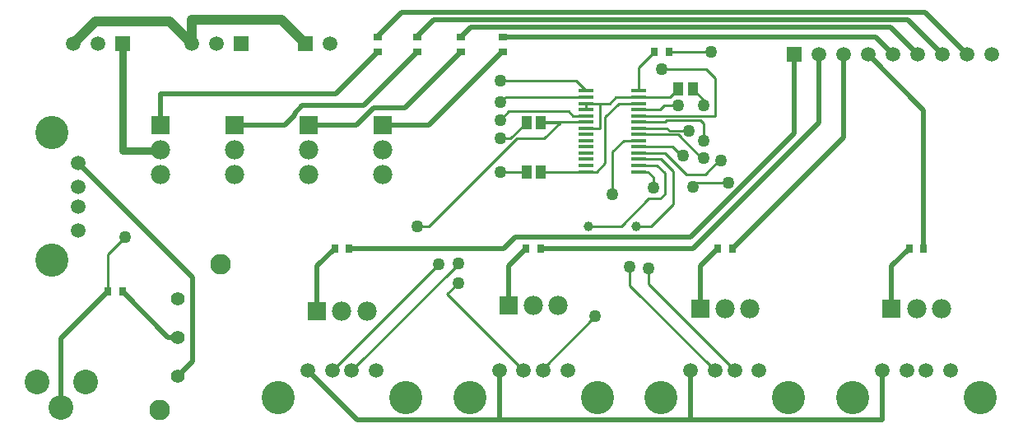
<source format=gtl>
G04*
G04 #@! TF.GenerationSoftware,Altium Limited,Altium Designer,18.1.7 (191)*
G04*
G04 Layer_Physical_Order=1*
G04 Layer_Color=255*
%FSLAX23Y23*%
%MOIN*%
G70*
G01*
G75*
%ADD12C,0.010*%
%ADD13R,0.028X0.035*%
%ADD14R,0.035X0.028*%
%ADD15R,0.060X0.017*%
%ADD16R,0.043X0.055*%
%ADD17C,0.040*%
%ADD34C,0.020*%
%ADD35C,0.030*%
%ADD36R,0.078X0.078*%
%ADD37C,0.078*%
%ADD38R,0.078X0.078*%
%ADD39C,0.055*%
%ADD40C,0.083*%
%ADD41R,0.059X0.059*%
%ADD42C,0.059*%
%ADD43C,0.100*%
%ADD44C,0.039*%
%ADD45C,0.134*%
%ADD46C,0.050*%
D12*
X2640Y1025D02*
Y1070D01*
X2619Y1091D02*
X2640Y1070D01*
X2582Y1091D02*
X2619D01*
X2685Y1360D02*
X2740D01*
X2445Y1125D02*
Y1313D01*
X2411Y1091D02*
X2445Y1125D01*
X2368Y1091D02*
X2411D01*
X2125D02*
X2126Y1090D01*
X2020Y1091D02*
X2125D01*
X2061Y1225D02*
X2126Y1290D01*
X2022Y1225D02*
X2061D01*
X2087D02*
X2199D01*
X1732Y870D02*
X2087Y1225D01*
X1685Y870D02*
X1732D01*
X2704Y1575D02*
X2875D01*
X2800Y1425D02*
X2845Y1380D01*
Y1360D02*
Y1380D01*
X2891Y1318D02*
Y1469D01*
X2855Y1505D02*
X2891Y1469D01*
X2675Y1505D02*
X2855D01*
X2582Y1318D02*
X2891D01*
X2667Y982D02*
X2686Y1001D01*
X2622Y982D02*
X2667D01*
X2686Y1001D02*
Y1085D01*
X2510Y870D02*
X2622Y982D01*
X2379Y870D02*
X2510D01*
X2718Y1192D02*
X2755Y1155D01*
X2760D01*
X2905Y1135D02*
X2915D01*
X2850Y1080D02*
X2905Y1135D01*
X2773Y1080D02*
X2850D01*
X2815Y1045D02*
X2945D01*
X2800Y1030D02*
X2815Y1045D01*
X2655Y1116D02*
X2686Y1085D01*
X2582Y1116D02*
X2655D01*
X2582Y1142D02*
X2672D01*
X2720Y1093D01*
Y960D02*
Y1093D01*
X2630Y870D02*
X2720Y960D01*
X2571Y870D02*
X2630D01*
X2845Y1215D02*
Y1285D01*
X2830Y1300D02*
X2845Y1285D01*
X2695Y1300D02*
X2830D01*
X2784Y1256D02*
X2785Y1255D01*
X2707Y1256D02*
X2784D01*
X2582Y1192D02*
X2718D01*
X2582Y1167D02*
X2686D01*
X2773Y1080D01*
X2475Y1172D02*
X2520Y1217D01*
X2475Y1000D02*
Y1172D01*
X2520Y1217D02*
X2582D01*
Y1242D02*
X2740D01*
X2835Y1147D01*
X2845D01*
X2620Y635D02*
Y700D01*
Y635D02*
X2970Y285D01*
X2545Y631D02*
Y705D01*
Y631D02*
X2891Y285D01*
X2500Y1368D02*
X2582D01*
X2445Y1313D02*
X2500Y1368D01*
X2368Y1343D02*
Y1368D01*
X2425D02*
X2463D01*
X2368Y1268D02*
X2370Y1266D01*
X2425D01*
Y1368D01*
X2368D02*
X2425D01*
X2489Y1394D02*
X2582D01*
X2463Y1368D02*
X2489Y1394D01*
X2582Y1268D02*
X2695D01*
X2707Y1256D01*
X2688Y1293D02*
X2695Y1300D01*
X2582Y1293D02*
X2688D01*
X2194Y294D02*
X2405Y505D01*
X2194Y285D02*
Y294D01*
X1805Y595D02*
X1850Y640D01*
X1805Y595D02*
X2115Y285D01*
X2315Y1318D02*
X2368D01*
X2298Y1335D02*
X2315Y1318D01*
X2055Y1335D02*
X2298D01*
X2020Y1300D02*
X2055Y1335D01*
X430Y755D02*
X501Y825D01*
X430Y605D02*
Y755D01*
X2668Y1343D02*
X2685Y1360D01*
X2709Y1394D02*
X2740Y1425D01*
X2582Y1394D02*
X2709D01*
X2582Y1343D02*
X2668D01*
X1850Y716D02*
Y720D01*
X1419Y285D02*
X1850Y716D01*
X1340Y285D02*
X1771Y716D01*
X1780Y725D01*
X2185Y1290D02*
X2264D01*
X2199Y1225D02*
X2264Y1290D01*
X2187Y1293D02*
X2368D01*
X2185Y1291D02*
X2187Y1293D01*
X2044Y1394D02*
X2368D01*
X2022Y1372D02*
X2044Y1394D01*
X2327Y1460D02*
X2368Y1419D01*
X2022Y1460D02*
X2327D01*
X2185Y1090D02*
X2367D01*
X2582Y1512D02*
X2645Y1575D01*
X2582Y1419D02*
Y1512D01*
D13*
X3735Y780D02*
D03*
X3676D02*
D03*
X2960Y780D02*
D03*
X2901D02*
D03*
X2184Y780D02*
D03*
X2125D02*
D03*
X1409Y780D02*
D03*
X1350D02*
D03*
X430Y605D02*
D03*
X490D02*
D03*
X2704Y1575D02*
D03*
X2645D02*
D03*
D14*
X1525Y1635D02*
D03*
Y1576D02*
D03*
X1685Y1635D02*
D03*
Y1576D02*
D03*
X1860Y1635D02*
D03*
Y1576D02*
D03*
X2030Y1635D02*
D03*
Y1576D02*
D03*
D15*
X2582Y1091D02*
D03*
Y1116D02*
D03*
Y1142D02*
D03*
Y1167D02*
D03*
Y1192D02*
D03*
Y1217D02*
D03*
Y1242D02*
D03*
Y1268D02*
D03*
Y1293D02*
D03*
Y1318D02*
D03*
Y1343D02*
D03*
Y1368D02*
D03*
Y1394D02*
D03*
Y1419D02*
D03*
X2368D02*
D03*
Y1394D02*
D03*
Y1368D02*
D03*
Y1343D02*
D03*
Y1318D02*
D03*
Y1293D02*
D03*
Y1268D02*
D03*
Y1242D02*
D03*
Y1217D02*
D03*
Y1192D02*
D03*
Y1167D02*
D03*
Y1142D02*
D03*
Y1116D02*
D03*
Y1091D02*
D03*
D16*
X2126Y1290D02*
D03*
X2185D02*
D03*
X2800Y1425D02*
D03*
X2740D02*
D03*
X2126Y1090D02*
D03*
X2185D02*
D03*
D17*
X680Y1700D02*
X770Y1610D01*
X380Y1700D02*
X680D01*
X290Y1610D02*
X380Y1700D01*
X770Y1705D02*
X1135D01*
X770Y1610D02*
Y1705D01*
X1135D02*
X1230Y1610D01*
D34*
X2790Y825D02*
X3210Y1245D01*
X2080Y825D02*
X2790D01*
X3210Y1245D02*
Y1565D01*
X2035Y780D02*
X2080Y825D01*
X1409Y780D02*
X2035D01*
X3310Y1290D02*
Y1565D01*
X2800Y780D02*
X3310Y1290D01*
X2184Y780D02*
X2800D01*
X3410Y1230D02*
Y1565D01*
X2960Y780D02*
X3410Y1230D01*
X3510Y1565D02*
X3735Y1340D01*
Y780D02*
Y1340D01*
X3605Y709D02*
X3676Y780D01*
X3605Y535D02*
Y709D01*
X2830D02*
X2901Y780D01*
X2830Y535D02*
Y709D01*
X2054D02*
X2125Y780D01*
X2054Y550D02*
Y709D01*
X3568Y85D02*
Y285D01*
X2792Y85D02*
X3568D01*
X2792D02*
Y285D01*
X2017Y85D02*
X2792D01*
X2017D02*
Y285D01*
X1442Y85D02*
X2017D01*
X1242Y285D02*
X1442Y85D01*
X1279Y709D02*
X1350Y780D01*
X1279Y525D02*
Y709D01*
X310Y1128D02*
X775Y663D01*
Y323D02*
Y663D01*
X715Y263D02*
X775Y323D01*
X490Y605D02*
X674Y420D01*
X715D01*
X340Y241D02*
X378D01*
X240Y415D02*
X430Y605D01*
X240Y135D02*
Y415D01*
X1439Y1280D02*
X1508Y1350D01*
X1245Y1280D02*
X1439D01*
X1218Y1360D02*
X1469D01*
X1186Y1328D02*
X1218Y1360D01*
X1186Y1321D02*
Y1328D01*
X1146Y1280D02*
X1186Y1321D01*
X1469Y1360D02*
X1685Y1576D01*
X1354Y1405D02*
X1525Y1576D01*
X645Y1405D02*
X1354D01*
X645Y1280D02*
Y1405D01*
X1227Y1280D02*
X1245D01*
X1508Y1350D02*
X1634D01*
X1860Y1576D01*
X945Y1280D02*
X1146D01*
X2026Y1576D02*
X2030D01*
X1730Y1280D02*
X2026Y1576D01*
X1545Y1280D02*
X1730D01*
X3540Y1635D02*
X3610Y1565D01*
X2030Y1635D02*
X3540D01*
X3600Y1675D02*
X3710Y1565D01*
X1900Y1675D02*
X3600D01*
X1860Y1635D02*
X1900Y1675D01*
X3670Y1705D02*
X3810Y1565D01*
X1750Y1705D02*
X3670D01*
X1685Y1640D02*
X1750Y1705D01*
X3740Y1735D02*
X3910Y1565D01*
X1620Y1735D02*
X3740D01*
X1525Y1640D02*
X1620Y1735D01*
D35*
X640Y1175D02*
X645Y1180D01*
X490Y1175D02*
X640D01*
X490D02*
Y1610D01*
D36*
X645Y1280D02*
D03*
X945D02*
D03*
X1245D02*
D03*
X1545D02*
D03*
D37*
X645Y1180D02*
D03*
Y1080D02*
D03*
X945Y1180D02*
D03*
Y1080D02*
D03*
X1245Y1180D02*
D03*
Y1080D02*
D03*
X1545Y1180D02*
D03*
Y1080D02*
D03*
X3706Y535D02*
D03*
X3806D02*
D03*
X2930Y535D02*
D03*
X3031D02*
D03*
X2155Y550D02*
D03*
X2255D02*
D03*
X1379Y525D02*
D03*
X1480D02*
D03*
D38*
X3605Y535D02*
D03*
X2830Y535D02*
D03*
X2054Y550D02*
D03*
X1279Y525D02*
D03*
D39*
X715Y263D02*
D03*
Y578D02*
D03*
Y420D02*
D03*
D40*
X640Y125D02*
D03*
X888Y716D02*
D03*
D41*
X1230Y1610D02*
D03*
X970Y1610D02*
D03*
X490D02*
D03*
X3210Y1565D02*
D03*
D42*
X1330Y1610D02*
D03*
X870Y1610D02*
D03*
X770D02*
D03*
X390D02*
D03*
X290D02*
D03*
X3843Y285D02*
D03*
X3745D02*
D03*
X3666D02*
D03*
X3568D02*
D03*
X3068D02*
D03*
X2970D02*
D03*
X2891D02*
D03*
X2792D02*
D03*
X2293D02*
D03*
X2194D02*
D03*
X2115D02*
D03*
X2017D02*
D03*
X1517D02*
D03*
X1419D02*
D03*
X1340D02*
D03*
X1242D02*
D03*
X310Y853D02*
D03*
Y951D02*
D03*
Y1030D02*
D03*
Y1128D02*
D03*
X3410Y1565D02*
D03*
X3510D02*
D03*
X3610D02*
D03*
X3710D02*
D03*
X3810D02*
D03*
X3910D02*
D03*
X4010D02*
D03*
X3310D02*
D03*
D43*
X340Y241D02*
D03*
X143D02*
D03*
X240Y135D02*
D03*
D44*
X2571Y870D02*
D03*
X2379D02*
D03*
D45*
X3964Y178D02*
D03*
X3447D02*
D03*
X3189D02*
D03*
X2672D02*
D03*
X2413D02*
D03*
X1896D02*
D03*
X1638D02*
D03*
X1121D02*
D03*
X203Y732D02*
D03*
Y1249D02*
D03*
D46*
X2740Y1360D02*
D03*
X2020Y1091D02*
D03*
X2022Y1225D02*
D03*
X2875Y1575D02*
D03*
X2845Y1360D02*
D03*
X2640Y1025D02*
D03*
X2760Y1155D02*
D03*
X2915Y1135D02*
D03*
X2945Y1045D02*
D03*
X2845Y1215D02*
D03*
X2785Y1255D02*
D03*
X2800Y1030D02*
D03*
X2845Y1147D02*
D03*
X2620Y700D02*
D03*
X2475Y1000D02*
D03*
X2545Y705D02*
D03*
X2405Y505D02*
D03*
X1850Y640D02*
D03*
X2020Y1300D02*
D03*
X501Y825D02*
D03*
X1850Y720D02*
D03*
X2675Y1505D02*
D03*
X1771Y716D02*
D03*
X1685Y870D02*
D03*
X2022Y1372D02*
D03*
Y1460D02*
D03*
M02*

</source>
